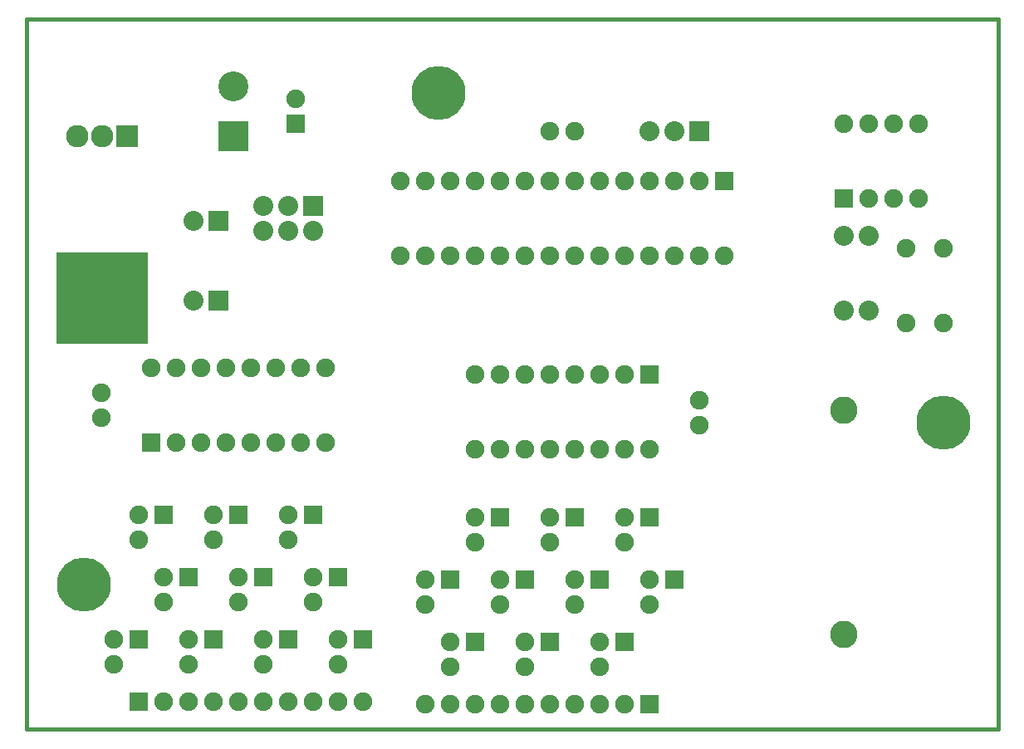
<source format=gbs>
G04 (created by PCBNEW-RS274X (2011-05-25)-stable) date Thu 21 Jun 2012 00:23:00 BST*
G01*
G70*
G90*
%MOIN*%
G04 Gerber Fmt 3.4, Leading zero omitted, Abs format*
%FSLAX34Y34*%
G04 APERTURE LIST*
%ADD10C,0.006000*%
%ADD11C,0.015000*%
%ADD12R,0.075000X0.075000*%
%ADD13C,0.075000*%
%ADD14C,0.080000*%
%ADD15R,0.080000X0.080000*%
%ADD16C,0.110000*%
%ADD17C,0.090000*%
%ADD18R,0.090000X0.090000*%
%ADD19R,0.370000X0.370000*%
%ADD20C,0.216900*%
%ADD21R,0.120000X0.120000*%
%ADD22C,0.120000*%
G04 APERTURE END LIST*
G54D10*
G54D11*
X49200Y-08300D02*
X49200Y-10300D01*
X10200Y-08300D02*
X49200Y-08300D01*
X10200Y-10300D02*
X10200Y-08300D01*
X49200Y-36800D02*
X49200Y-10300D01*
X10200Y-36800D02*
X49200Y-36800D01*
X10200Y-36800D02*
X10200Y-35800D01*
X10200Y-10300D02*
X10200Y-36800D01*
G54D12*
X28200Y-33300D03*
G54D13*
X27200Y-33300D03*
X27200Y-34300D03*
G54D12*
X18700Y-28200D03*
G54D13*
X17700Y-28200D03*
X17700Y-29200D03*
G54D12*
X19700Y-30700D03*
G54D13*
X18700Y-30700D03*
X18700Y-31700D03*
G54D12*
X23700Y-33200D03*
G54D13*
X22700Y-33200D03*
X22700Y-34200D03*
G54D12*
X22700Y-30700D03*
G54D13*
X21700Y-30700D03*
X21700Y-31700D03*
G54D12*
X21700Y-28200D03*
G54D13*
X20700Y-28200D03*
X20700Y-29200D03*
G54D12*
X20700Y-33200D03*
G54D13*
X19700Y-33200D03*
X19700Y-34200D03*
G54D12*
X30200Y-30800D03*
G54D13*
X29200Y-30800D03*
X29200Y-31800D03*
G54D12*
X29200Y-28300D03*
G54D13*
X28200Y-28300D03*
X28200Y-29300D03*
G54D12*
X17700Y-33200D03*
G54D13*
X16700Y-33200D03*
X16700Y-34200D03*
G54D12*
X27200Y-30800D03*
G54D13*
X26200Y-30800D03*
X26200Y-31800D03*
G54D12*
X31200Y-33300D03*
G54D13*
X30200Y-33300D03*
X30200Y-34300D03*
G54D12*
X32200Y-28300D03*
G54D13*
X31200Y-28300D03*
X31200Y-29300D03*
G54D12*
X33200Y-30800D03*
G54D13*
X32200Y-30800D03*
X32200Y-31800D03*
G54D12*
X34200Y-33300D03*
G54D13*
X33200Y-33300D03*
X33200Y-34300D03*
G54D12*
X35200Y-28300D03*
G54D13*
X34200Y-28300D03*
X34200Y-29300D03*
G54D12*
X36200Y-30800D03*
G54D13*
X35200Y-30800D03*
X35200Y-31800D03*
G54D12*
X15700Y-28200D03*
G54D13*
X14700Y-28200D03*
X14700Y-29200D03*
G54D12*
X14700Y-33200D03*
G54D13*
X13700Y-33200D03*
X13700Y-34200D03*
G54D12*
X16700Y-30700D03*
G54D13*
X15700Y-30700D03*
X15700Y-31700D03*
G54D12*
X14700Y-35700D03*
G54D13*
X15700Y-35700D03*
X16700Y-35700D03*
X17700Y-35700D03*
X18700Y-35700D03*
X19700Y-35700D03*
X20700Y-35700D03*
X21700Y-35700D03*
X22700Y-35700D03*
X23700Y-35700D03*
G54D12*
X35200Y-35800D03*
G54D13*
X34200Y-35800D03*
X33200Y-35800D03*
X32200Y-35800D03*
X31200Y-35800D03*
X30200Y-35800D03*
X29200Y-35800D03*
X28200Y-35800D03*
X27200Y-35800D03*
X26200Y-35800D03*
G54D14*
X44000Y-17000D03*
X43000Y-17000D03*
X44000Y-20000D03*
X43000Y-20000D03*
G54D15*
X21700Y-15800D03*
G54D14*
X21700Y-16800D03*
X20700Y-15800D03*
X20700Y-16800D03*
X19700Y-15800D03*
X19700Y-16800D03*
G54D15*
X37200Y-12800D03*
G54D14*
X36200Y-12800D03*
X35200Y-12800D03*
G54D12*
X43000Y-15500D03*
G54D13*
X44000Y-15500D03*
X45000Y-15500D03*
X46000Y-15500D03*
X46000Y-12500D03*
X45000Y-12500D03*
X44000Y-12500D03*
X43000Y-12500D03*
X37200Y-14800D03*
X36200Y-14800D03*
X35200Y-14800D03*
X34200Y-14800D03*
X33200Y-14800D03*
X32200Y-14800D03*
X31200Y-14800D03*
X30200Y-14800D03*
X29200Y-14800D03*
X28200Y-14800D03*
X27200Y-14800D03*
X26200Y-14800D03*
X25200Y-14800D03*
G54D12*
X38200Y-14800D03*
G54D13*
X25200Y-17800D03*
X26200Y-17800D03*
X27200Y-17800D03*
X28200Y-17800D03*
X29200Y-17800D03*
X30200Y-17800D03*
X31200Y-17800D03*
X32200Y-17800D03*
X33200Y-17800D03*
X34200Y-17800D03*
X35200Y-17800D03*
X36200Y-17800D03*
X37200Y-17800D03*
X38200Y-17800D03*
G54D12*
X35200Y-22550D03*
G54D13*
X34200Y-22550D03*
X33200Y-22550D03*
X32200Y-22550D03*
X31200Y-22550D03*
X30200Y-22550D03*
X29200Y-22550D03*
X28200Y-22550D03*
X28200Y-25550D03*
X29200Y-25550D03*
X30200Y-25550D03*
X31200Y-25550D03*
X32200Y-25550D03*
X33200Y-25550D03*
X34200Y-25550D03*
X35200Y-25550D03*
G54D12*
X15200Y-25300D03*
G54D13*
X16200Y-25300D03*
X17200Y-25300D03*
X18200Y-25300D03*
X19200Y-25300D03*
X20200Y-25300D03*
X21200Y-25300D03*
X22200Y-25300D03*
X22200Y-22300D03*
X21200Y-22300D03*
X20200Y-22300D03*
X19200Y-22300D03*
X18200Y-22300D03*
X17200Y-22300D03*
X16200Y-22300D03*
X15200Y-22300D03*
G54D16*
X43000Y-33000D03*
X43000Y-24000D03*
G54D15*
X17900Y-16400D03*
G54D14*
X16900Y-16400D03*
G54D15*
X17900Y-19600D03*
G54D14*
X16900Y-19600D03*
G54D13*
X32200Y-12800D03*
X31200Y-12800D03*
X37200Y-24600D03*
X37200Y-23600D03*
X13200Y-23300D03*
X13200Y-24300D03*
X45500Y-20500D03*
X45500Y-17500D03*
X47000Y-20500D03*
X47000Y-17500D03*
G54D17*
X12250Y-13000D03*
G54D18*
X14250Y-13000D03*
G54D17*
X13250Y-13000D03*
G54D19*
X13250Y-19500D03*
G54D12*
X21000Y-12500D03*
G54D13*
X21000Y-11500D03*
G54D20*
X47000Y-24500D03*
X12500Y-31000D03*
X26750Y-11250D03*
G54D21*
X18500Y-13000D03*
G54D22*
X18500Y-11000D03*
M02*

</source>
